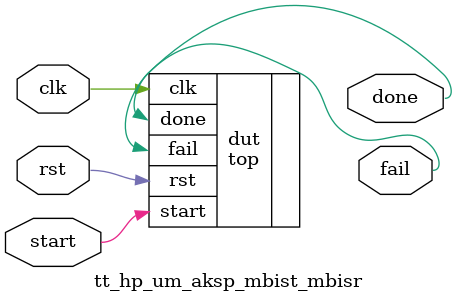
<source format=v>
module tt_hp_um_aksp_mbist_mbisr (
    input wire clk,
    input wire rst,
    input wire start,
    output wire done,
    output wire fail
);
    top dut (
        .clk(clk),
        .rst(rst),
        .start(start),
        .done(done),
        .fail(fail)
    );
endmodule

</source>
